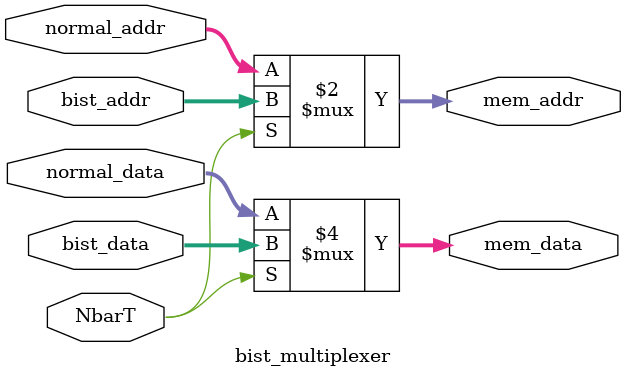
<source format=sv>
module bist_multiplexer #(
    parameter int ADDR_WIDTH = 6,
    parameter int DATA_WIDTH = 8
) (
    input logic [ADDR_WIDTH-1:0] normal_addr,   // Input address for normal mode
    input logic [DATA_WIDTH-1:0] normal_data,   // Input data for normal mode
    input logic [ADDR_WIDTH-1:0] bist_addr,     // Input address for BIST mode
    input logic [DATA_WIDTH-1:0] bist_data,     // Input data for BIST mode
    input logic NbarT,                          // 0: normal mode, 1: test mode
    output logic [ADDR_WIDTH-1:0] mem_addr,     // Output address for memory
    output logic [DATA_WIDTH-1:0] mem_data      // Output data for memory
);

// Select between normal and BIST inputs based on the value of NbarT
assign mem_addr = (NbarT == 1'b0) ? normal_addr : bist_addr;
assign mem_data = (NbarT == 1'b0) ? normal_data : bist_data;

endmodule

</source>
